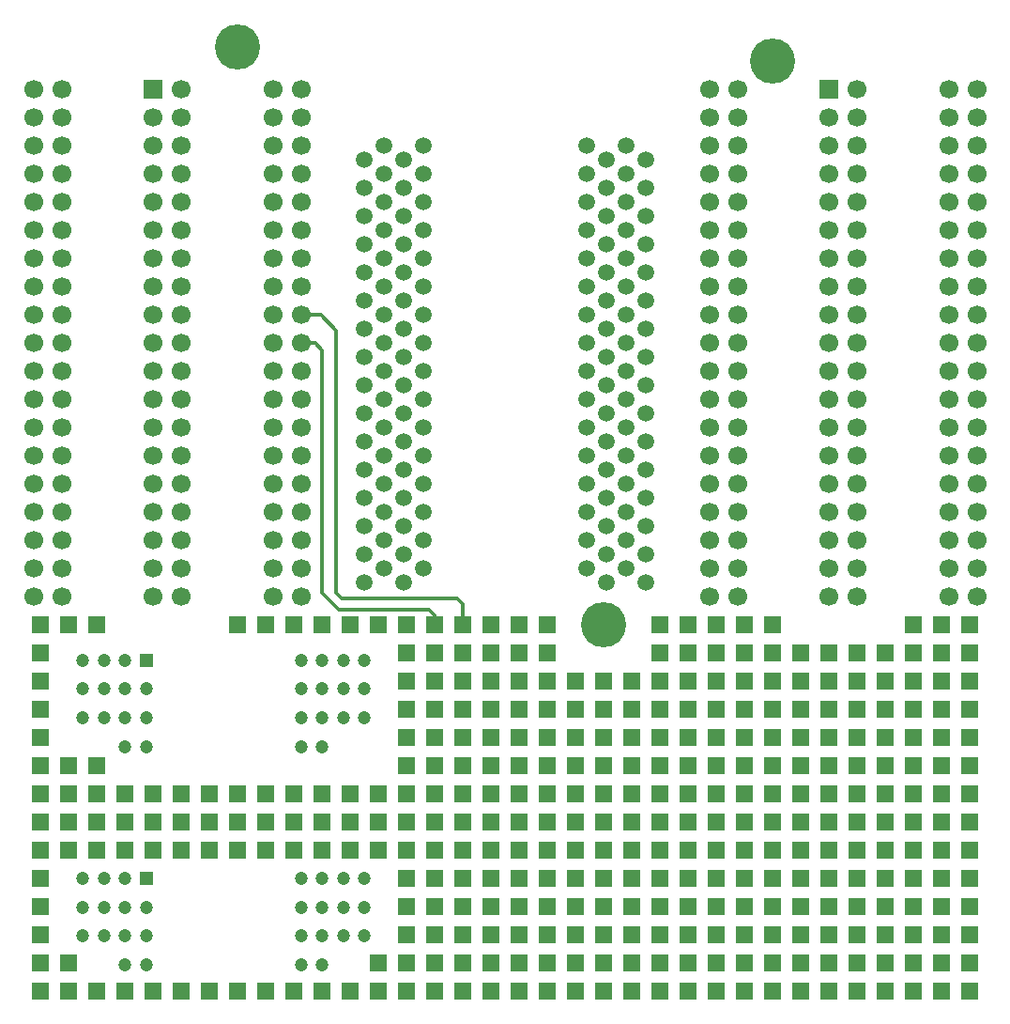
<source format=gbl>
G04 #@! TF.FileFunction,Copper,L2,Bot,Signal*
%FSLAX46Y46*%
G04 Gerber Fmt 4.6, Leading zero omitted, Abs format (unit mm)*
G04 Created by KiCad (PCBNEW 4.0.0-rc1-stable) date to  8. lokakuuta 2015 13.09.15*
%MOMM*%
G01*
G04 APERTURE LIST*
%ADD10C,0.150000*%
%ADD11C,1.500000*%
%ADD12R,1.700000X1.700000*%
%ADD13C,1.700000*%
%ADD14C,4.064000*%
%ADD15R,1.500000X1.500000*%
%ADD16R,1.200000X1.200000*%
%ADD17C,1.200000*%
%ADD18C,0.304800*%
G04 APERTURE END LIST*
D10*
D11*
X124714000Y-100965000D03*
X121158000Y-100965000D03*
X122936000Y-102235000D03*
X119380000Y-102235000D03*
X141224000Y-102235000D03*
X144780000Y-102235000D03*
X139446000Y-100965000D03*
X143002000Y-100965000D03*
X124714000Y-98425000D03*
X121158000Y-98425000D03*
X122936000Y-99695000D03*
X119380000Y-99695000D03*
X141224000Y-99695000D03*
X144780000Y-99695000D03*
X139446000Y-98425000D03*
X143002000Y-98425000D03*
X124714000Y-78105000D03*
X121158000Y-78105000D03*
X122936000Y-79375000D03*
X119380000Y-79375000D03*
X141224000Y-79375000D03*
X144780000Y-79375000D03*
X139446000Y-78105000D03*
X143002000Y-78105000D03*
X124714000Y-80645000D03*
X121158000Y-80645000D03*
X122936000Y-81915000D03*
X119380000Y-81915000D03*
X141224000Y-81915000D03*
X144780000Y-81915000D03*
X139446000Y-80645000D03*
X143002000Y-80645000D03*
X124714000Y-85725000D03*
X121158000Y-85725000D03*
X122936000Y-86995000D03*
X119380000Y-86995000D03*
X141224000Y-86995000D03*
X144780000Y-86995000D03*
X139446000Y-85725000D03*
X143002000Y-85725000D03*
X124714000Y-83185000D03*
X121158000Y-83185000D03*
X122936000Y-84455000D03*
X119380000Y-84455000D03*
X141224000Y-84455000D03*
X144780000Y-84455000D03*
X139446000Y-83185000D03*
X143002000Y-83185000D03*
X124714000Y-93345000D03*
X121158000Y-93345000D03*
X122936000Y-94615000D03*
X119380000Y-94615000D03*
X141224000Y-94615000D03*
X144780000Y-94615000D03*
X139446000Y-93345000D03*
X143002000Y-93345000D03*
X124714000Y-95885000D03*
X121158000Y-95885000D03*
X122936000Y-97155000D03*
X119380000Y-97155000D03*
X141224000Y-97155000D03*
X144780000Y-97155000D03*
X139446000Y-95885000D03*
X143002000Y-95885000D03*
X124714000Y-90805000D03*
X121158000Y-90805000D03*
X122936000Y-92075000D03*
X119380000Y-92075000D03*
X141224000Y-92075000D03*
X144780000Y-92075000D03*
X139446000Y-90805000D03*
X143002000Y-90805000D03*
X124714000Y-88265000D03*
X121158000Y-88265000D03*
X122936000Y-89535000D03*
X119380000Y-89535000D03*
X141224000Y-89535000D03*
X144780000Y-89535000D03*
X139446000Y-88265000D03*
X143002000Y-88265000D03*
X124714000Y-67945000D03*
X121158000Y-67945000D03*
X122936000Y-69215000D03*
X119380000Y-69215000D03*
X141224000Y-69215000D03*
X144780000Y-69215000D03*
X139446000Y-67945000D03*
X143002000Y-67945000D03*
X124714000Y-70485000D03*
X121158000Y-70485000D03*
X122936000Y-71755000D03*
X119380000Y-71755000D03*
X141224000Y-71755000D03*
X144780000Y-71755000D03*
X139446000Y-70485000D03*
X143002000Y-70485000D03*
X124714000Y-75565000D03*
X121158000Y-75565000D03*
X122936000Y-76835000D03*
X119380000Y-76835000D03*
X141224000Y-76835000D03*
X144780000Y-76835000D03*
X139446000Y-75565000D03*
X143002000Y-75565000D03*
X124714000Y-73025000D03*
X121158000Y-73025000D03*
X122936000Y-74295000D03*
X119380000Y-74295000D03*
X141224000Y-74295000D03*
X144780000Y-74295000D03*
X139446000Y-73025000D03*
X143002000Y-73025000D03*
X124714000Y-62865000D03*
X121158000Y-62865000D03*
X122936000Y-64135000D03*
X119380000Y-64135000D03*
X141224000Y-64135000D03*
X144780000Y-64135000D03*
X139446000Y-62865000D03*
X143002000Y-62865000D03*
X124714000Y-65405000D03*
X121158000Y-65405000D03*
X122936000Y-66675000D03*
X119380000Y-66675000D03*
X141224000Y-66675000D03*
X144780000Y-66675000D03*
X139446000Y-65405000D03*
X143002000Y-65405000D03*
D12*
X100330000Y-57785000D03*
D13*
X102870000Y-57785000D03*
X100330000Y-60325000D03*
X102870000Y-60325000D03*
X100330000Y-62865000D03*
X102870000Y-62865000D03*
X100330000Y-65405000D03*
X102870000Y-65405000D03*
X100330000Y-67945000D03*
X102870000Y-67945000D03*
X100330000Y-70485000D03*
X102870000Y-70485000D03*
X100330000Y-73025000D03*
X102870000Y-73025000D03*
X100330000Y-75565000D03*
X102870000Y-75565000D03*
X100330000Y-78105000D03*
X102870000Y-78105000D03*
X100330000Y-80645000D03*
X102870000Y-80645000D03*
X100330000Y-83185000D03*
X102870000Y-83185000D03*
X100330000Y-85725000D03*
X102870000Y-85725000D03*
X100330000Y-88265000D03*
X102870000Y-88265000D03*
X100330000Y-90805000D03*
X102870000Y-90805000D03*
X100330000Y-93345000D03*
X102870000Y-93345000D03*
X100330000Y-95885000D03*
X102870000Y-95885000D03*
X100330000Y-98425000D03*
X102870000Y-98425000D03*
X100330000Y-100965000D03*
X102870000Y-100965000D03*
X100330000Y-103505000D03*
X102870000Y-103505000D03*
D12*
X161290000Y-57785000D03*
D13*
X163830000Y-57785000D03*
X161290000Y-60325000D03*
X163830000Y-60325000D03*
X161290000Y-62865000D03*
X163830000Y-62865000D03*
X161290000Y-65405000D03*
X163830000Y-65405000D03*
X161290000Y-67945000D03*
X163830000Y-67945000D03*
X161290000Y-70485000D03*
X163830000Y-70485000D03*
X161290000Y-73025000D03*
X163830000Y-73025000D03*
X161290000Y-75565000D03*
X163830000Y-75565000D03*
X161290000Y-78105000D03*
X163830000Y-78105000D03*
X161290000Y-80645000D03*
X163830000Y-80645000D03*
X161290000Y-83185000D03*
X163830000Y-83185000D03*
X161290000Y-85725000D03*
X163830000Y-85725000D03*
X161290000Y-88265000D03*
X163830000Y-88265000D03*
X161290000Y-90805000D03*
X163830000Y-90805000D03*
X161290000Y-93345000D03*
X163830000Y-93345000D03*
X161290000Y-95885000D03*
X163830000Y-95885000D03*
X161290000Y-98425000D03*
X163830000Y-98425000D03*
X161290000Y-100965000D03*
X163830000Y-100965000D03*
X161290000Y-103505000D03*
X163830000Y-103505000D03*
X150495000Y-80645000D03*
X153035000Y-80645000D03*
X150495000Y-103505000D03*
X153035000Y-103505000D03*
X150495000Y-100965000D03*
X153035000Y-100965000D03*
X150495000Y-98425000D03*
X153035000Y-98425000D03*
X150495000Y-95885000D03*
X153035000Y-95885000D03*
X150495000Y-93345000D03*
X153035000Y-93345000D03*
X150495000Y-90805000D03*
X153035000Y-90805000D03*
X150495000Y-88265000D03*
X153035000Y-88265000D03*
X150495000Y-85725000D03*
X153035000Y-85725000D03*
X150495000Y-83185000D03*
X153035000Y-83185000D03*
X174625000Y-57785000D03*
X172085000Y-57785000D03*
X150495000Y-78105000D03*
X153035000Y-78105000D03*
X150495000Y-75565000D03*
X153035000Y-75565000D03*
X150495000Y-73025000D03*
X153035000Y-73025000D03*
X150495000Y-70485000D03*
X153035000Y-70485000D03*
X150495000Y-67945000D03*
X153035000Y-67945000D03*
X150495000Y-65405000D03*
X153035000Y-65405000D03*
X150495000Y-62865000D03*
X153035000Y-62865000D03*
X150495000Y-60325000D03*
X153035000Y-60325000D03*
X174625000Y-80645000D03*
X172085000Y-80645000D03*
X174625000Y-103505000D03*
X172085000Y-103505000D03*
X174625000Y-100965000D03*
X172085000Y-100965000D03*
X174625000Y-98425000D03*
X172085000Y-98425000D03*
X174625000Y-95885000D03*
X172085000Y-95885000D03*
X174625000Y-93345000D03*
X172085000Y-93345000D03*
X174625000Y-90805000D03*
X172085000Y-90805000D03*
X174625000Y-88265000D03*
X172085000Y-88265000D03*
X174625000Y-85725000D03*
X172085000Y-85725000D03*
X174625000Y-83185000D03*
X172085000Y-83185000D03*
X150495000Y-57785000D03*
X153035000Y-57785000D03*
X174625000Y-78105000D03*
X172085000Y-78105000D03*
X174625000Y-75565000D03*
X172085000Y-75565000D03*
X174625000Y-73025000D03*
X172085000Y-73025000D03*
X174625000Y-70485000D03*
X172085000Y-70485000D03*
X174625000Y-67945000D03*
X172085000Y-67945000D03*
X174625000Y-65405000D03*
X172085000Y-65405000D03*
X174625000Y-62865000D03*
X172085000Y-62865000D03*
X174625000Y-60325000D03*
X172085000Y-60325000D03*
X89535000Y-80645000D03*
X92075000Y-80645000D03*
X89535000Y-103505000D03*
X92075000Y-103505000D03*
X89535000Y-100965000D03*
X92075000Y-100965000D03*
X89535000Y-98425000D03*
X92075000Y-98425000D03*
X89535000Y-95885000D03*
X92075000Y-95885000D03*
X89535000Y-93345000D03*
X92075000Y-93345000D03*
X89535000Y-90805000D03*
X92075000Y-90805000D03*
X89535000Y-88265000D03*
X92075000Y-88265000D03*
X89535000Y-85725000D03*
X92075000Y-85725000D03*
X89535000Y-83185000D03*
X92075000Y-83185000D03*
X113665000Y-57785000D03*
X111125000Y-57785000D03*
X89535000Y-78105000D03*
X92075000Y-78105000D03*
X89535000Y-75565000D03*
X92075000Y-75565000D03*
X89535000Y-73025000D03*
X92075000Y-73025000D03*
X89535000Y-70485000D03*
X92075000Y-70485000D03*
X89535000Y-67945000D03*
X92075000Y-67945000D03*
X89535000Y-65405000D03*
X92075000Y-65405000D03*
X89535000Y-62865000D03*
X92075000Y-62865000D03*
X89535000Y-60325000D03*
X92075000Y-60325000D03*
X113665000Y-80645000D03*
X111125000Y-80645000D03*
X113665000Y-103505000D03*
X111125000Y-103505000D03*
X113665000Y-100965000D03*
X111125000Y-100965000D03*
X113665000Y-98425000D03*
X111125000Y-98425000D03*
X113665000Y-95885000D03*
X111125000Y-95885000D03*
X113665000Y-93345000D03*
X111125000Y-93345000D03*
X113665000Y-90805000D03*
X111125000Y-90805000D03*
X113665000Y-88265000D03*
X111125000Y-88265000D03*
X113665000Y-85725000D03*
X111125000Y-85725000D03*
X113665000Y-83185000D03*
X111125000Y-83185000D03*
X89535000Y-57785000D03*
X92075000Y-57785000D03*
X113665000Y-78105000D03*
X111125000Y-78105000D03*
X113665000Y-75565000D03*
X111125000Y-75565000D03*
X113665000Y-73025000D03*
X111125000Y-73025000D03*
X113665000Y-70485000D03*
X111125000Y-70485000D03*
X113665000Y-67945000D03*
X111125000Y-67945000D03*
X113665000Y-65405000D03*
X111125000Y-65405000D03*
X113665000Y-62865000D03*
X111125000Y-62865000D03*
X113665000Y-60325000D03*
X111125000Y-60325000D03*
D14*
X107950000Y-53975000D03*
X156210000Y-55245000D03*
X140970000Y-106045000D03*
D15*
X128270000Y-108585000D03*
X130810000Y-108585000D03*
X133350000Y-108585000D03*
X133350000Y-111125000D03*
X133350000Y-113665000D03*
X130810000Y-113665000D03*
X128270000Y-113665000D03*
X128270000Y-111125000D03*
X130810000Y-111125000D03*
X125730000Y-116205000D03*
X128270000Y-116205000D03*
X130810000Y-116205000D03*
X130810000Y-118745000D03*
X130810000Y-121285000D03*
X128270000Y-121285000D03*
X125730000Y-121285000D03*
X125730000Y-118745000D03*
X128270000Y-118745000D03*
X125730000Y-123825000D03*
X128270000Y-123825000D03*
X130810000Y-123825000D03*
X130810000Y-126365000D03*
X130810000Y-128905000D03*
X128270000Y-128905000D03*
X125730000Y-128905000D03*
X125730000Y-126365000D03*
X128270000Y-126365000D03*
X128270000Y-131445000D03*
X130810000Y-131445000D03*
X133350000Y-131445000D03*
X133350000Y-133985000D03*
X133350000Y-136525000D03*
X130810000Y-136525000D03*
X128270000Y-136525000D03*
X128270000Y-133985000D03*
X130810000Y-133985000D03*
X135890000Y-131445000D03*
X138430000Y-131445000D03*
X140970000Y-131445000D03*
X140970000Y-133985000D03*
X140970000Y-136525000D03*
X138430000Y-136525000D03*
X135890000Y-136525000D03*
X135890000Y-133985000D03*
X138430000Y-133985000D03*
X143510000Y-131445000D03*
X146050000Y-131445000D03*
X148590000Y-131445000D03*
X148590000Y-133985000D03*
X148590000Y-136525000D03*
X146050000Y-136525000D03*
X143510000Y-136525000D03*
X143510000Y-133985000D03*
X146050000Y-133985000D03*
X151130000Y-131445000D03*
X153670000Y-131445000D03*
X156210000Y-131445000D03*
X156210000Y-133985000D03*
X156210000Y-136525000D03*
X153670000Y-136525000D03*
X151130000Y-136525000D03*
X151130000Y-133985000D03*
X153670000Y-133985000D03*
X158750000Y-131445000D03*
X161290000Y-131445000D03*
X163830000Y-131445000D03*
X163830000Y-133985000D03*
X163830000Y-136525000D03*
X161290000Y-136525000D03*
X158750000Y-136525000D03*
X158750000Y-133985000D03*
X161290000Y-133985000D03*
X166370000Y-131445000D03*
X168910000Y-131445000D03*
X171450000Y-131445000D03*
X171450000Y-133985000D03*
X171450000Y-136525000D03*
X168910000Y-136525000D03*
X166370000Y-136525000D03*
X166370000Y-133985000D03*
X168910000Y-133985000D03*
X135890000Y-111125000D03*
X138430000Y-111125000D03*
X140970000Y-111125000D03*
X140970000Y-113665000D03*
X140970000Y-116205000D03*
X138430000Y-116205000D03*
X135890000Y-116205000D03*
X135890000Y-113665000D03*
X138430000Y-113665000D03*
X143510000Y-111125000D03*
X146050000Y-111125000D03*
X148590000Y-111125000D03*
X148590000Y-113665000D03*
X148590000Y-116205000D03*
X146050000Y-116205000D03*
X143510000Y-116205000D03*
X143510000Y-113665000D03*
X146050000Y-113665000D03*
X151130000Y-108585000D03*
X153670000Y-108585000D03*
X156210000Y-108585000D03*
X156210000Y-111125000D03*
X156210000Y-113665000D03*
X153670000Y-113665000D03*
X151130000Y-113665000D03*
X151130000Y-111125000D03*
X153670000Y-111125000D03*
X158750000Y-108585000D03*
X161290000Y-108585000D03*
X163830000Y-108585000D03*
X163830000Y-111125000D03*
X163830000Y-113665000D03*
X161290000Y-113665000D03*
X158750000Y-113665000D03*
X158750000Y-111125000D03*
X161290000Y-111125000D03*
X166370000Y-108585000D03*
X168910000Y-108585000D03*
X171450000Y-108585000D03*
X171450000Y-111125000D03*
X171450000Y-113665000D03*
X168910000Y-113665000D03*
X166370000Y-113665000D03*
X166370000Y-111125000D03*
X168910000Y-111125000D03*
X133350000Y-118745000D03*
X135890000Y-118745000D03*
X138430000Y-118745000D03*
X138430000Y-121285000D03*
X138430000Y-123825000D03*
X135890000Y-123825000D03*
X133350000Y-123825000D03*
X133350000Y-121285000D03*
X135890000Y-121285000D03*
X133350000Y-116205000D03*
X135890000Y-108585000D03*
X146050000Y-108585000D03*
X148590000Y-108585000D03*
X151130000Y-116205000D03*
X153670000Y-116205000D03*
X156210000Y-116205000D03*
X158750000Y-116205000D03*
X161290000Y-116205000D03*
X163830000Y-116205000D03*
X166370000Y-116205000D03*
X168910000Y-116205000D03*
X171450000Y-116205000D03*
X171450000Y-118745000D03*
X171450000Y-121285000D03*
X173990000Y-108585000D03*
X173990000Y-111125000D03*
X173990000Y-113665000D03*
X173990000Y-116205000D03*
X173990000Y-118745000D03*
X173990000Y-121285000D03*
X171450000Y-123825000D03*
X173990000Y-123825000D03*
X173990000Y-126365000D03*
X171450000Y-126365000D03*
X171450000Y-128905000D03*
X173990000Y-128905000D03*
X173990000Y-131445000D03*
X118110000Y-121285000D03*
X120650000Y-121285000D03*
X123190000Y-121285000D03*
X123190000Y-123825000D03*
X123190000Y-126365000D03*
X120650000Y-126365000D03*
X118110000Y-126365000D03*
X118110000Y-123825000D03*
X120650000Y-123825000D03*
X110490000Y-121285000D03*
X113030000Y-121285000D03*
X115570000Y-121285000D03*
X115570000Y-123825000D03*
X115570000Y-126365000D03*
X113030000Y-126365000D03*
X110490000Y-126365000D03*
X110490000Y-123825000D03*
X113030000Y-123825000D03*
X102870000Y-121285000D03*
X105410000Y-121285000D03*
X107950000Y-121285000D03*
X107950000Y-123825000D03*
X107950000Y-126365000D03*
X105410000Y-126365000D03*
X102870000Y-126365000D03*
X102870000Y-123825000D03*
X105410000Y-123825000D03*
X95250000Y-121285000D03*
X97790000Y-121285000D03*
X100330000Y-121285000D03*
X100330000Y-123825000D03*
X100330000Y-126365000D03*
X97790000Y-126365000D03*
X95250000Y-126365000D03*
X95250000Y-123825000D03*
X97790000Y-123825000D03*
X140970000Y-118745000D03*
X143510000Y-118745000D03*
X146050000Y-118745000D03*
X146050000Y-121285000D03*
X146050000Y-123825000D03*
X143510000Y-123825000D03*
X140970000Y-123825000D03*
X140970000Y-121285000D03*
X143510000Y-121285000D03*
X148590000Y-118745000D03*
X151130000Y-118745000D03*
X153670000Y-118745000D03*
X153670000Y-121285000D03*
X153670000Y-123825000D03*
X151130000Y-123825000D03*
X148590000Y-123825000D03*
X148590000Y-121285000D03*
X151130000Y-121285000D03*
X156210000Y-118745000D03*
X158750000Y-118745000D03*
X161290000Y-118745000D03*
X161290000Y-121285000D03*
X161290000Y-123825000D03*
X158750000Y-123825000D03*
X156210000Y-123825000D03*
X156210000Y-121285000D03*
X158750000Y-121285000D03*
X163830000Y-118745000D03*
X166370000Y-118745000D03*
X168910000Y-118745000D03*
X168910000Y-121285000D03*
X168910000Y-123825000D03*
X166370000Y-123825000D03*
X163830000Y-123825000D03*
X163830000Y-121285000D03*
X166370000Y-121285000D03*
X90170000Y-108585000D03*
X90170000Y-111125000D03*
X90170000Y-113665000D03*
X90170000Y-116205000D03*
X90170000Y-118745000D03*
X92710000Y-118745000D03*
X95250000Y-118745000D03*
X90170000Y-121285000D03*
X92710000Y-121285000D03*
X90170000Y-123825000D03*
X92710000Y-123825000D03*
X90170000Y-126365000D03*
X92710000Y-126365000D03*
X90170000Y-128905000D03*
X90170000Y-131445000D03*
X90170000Y-133985000D03*
X90170000Y-136525000D03*
X90170000Y-139065000D03*
X92710000Y-139065000D03*
X92710000Y-136525000D03*
X95250000Y-139065000D03*
X97790000Y-139065000D03*
X100330000Y-139065000D03*
X102870000Y-139065000D03*
X105410000Y-139065000D03*
X107950000Y-139065000D03*
X110490000Y-139065000D03*
X113030000Y-139065000D03*
X115570000Y-139065000D03*
X118110000Y-139065000D03*
X120650000Y-139065000D03*
X120650000Y-136525000D03*
X123190000Y-136525000D03*
X123190000Y-133985000D03*
X123190000Y-131445000D03*
X123190000Y-128905000D03*
X125730000Y-133985000D03*
X125730000Y-131445000D03*
X125730000Y-136525000D03*
X123190000Y-139065000D03*
X125730000Y-139065000D03*
X125730000Y-113665000D03*
X125730000Y-111125000D03*
X125730000Y-108585000D03*
X123190000Y-108585000D03*
X123190000Y-111125000D03*
X123190000Y-113665000D03*
X123190000Y-116205000D03*
X123190000Y-118745000D03*
X90170000Y-106045000D03*
X92710000Y-106045000D03*
X95250000Y-106045000D03*
X107950000Y-106045000D03*
X110490000Y-106045000D03*
X113030000Y-106045000D03*
X115570000Y-106045000D03*
X118110000Y-106045000D03*
X120650000Y-106045000D03*
X123190000Y-106045000D03*
X125730000Y-106045000D03*
X128270000Y-106045000D03*
X130810000Y-106045000D03*
X133350000Y-106045000D03*
X135890000Y-106045000D03*
X133350000Y-126365000D03*
X133350000Y-128905000D03*
X135890000Y-126365000D03*
X135890000Y-128905000D03*
X138430000Y-128905000D03*
X138430000Y-126365000D03*
X140970000Y-126365000D03*
X140970000Y-128905000D03*
X143510000Y-128905000D03*
X143510000Y-126365000D03*
X146050000Y-128905000D03*
X146050000Y-126365000D03*
X148590000Y-126365000D03*
X148590000Y-128905000D03*
X151130000Y-126365000D03*
X151130000Y-128905000D03*
X153670000Y-128905000D03*
X153670000Y-126365000D03*
X156210000Y-126365000D03*
X156210000Y-128905000D03*
X158750000Y-128905000D03*
X158750000Y-126365000D03*
X161290000Y-126365000D03*
X161290000Y-128905000D03*
X163830000Y-128905000D03*
X163830000Y-126365000D03*
X166370000Y-126365000D03*
X168910000Y-126365000D03*
X168910000Y-128905000D03*
X166370000Y-128905000D03*
X173990000Y-133985000D03*
X173990000Y-136525000D03*
X173990000Y-139065000D03*
X171450000Y-139065000D03*
X128270000Y-139065000D03*
X130810000Y-139065000D03*
X133350000Y-139065000D03*
X135890000Y-139065000D03*
X138430000Y-139065000D03*
X140970000Y-139065000D03*
X143510000Y-139065000D03*
X146050000Y-139065000D03*
X151130000Y-139065000D03*
X148590000Y-139065000D03*
X153670000Y-139065000D03*
X156210000Y-139065000D03*
X158750000Y-139065000D03*
X161290000Y-139065000D03*
X163830000Y-139065000D03*
X166370000Y-139065000D03*
X168910000Y-139065000D03*
X146050000Y-106045000D03*
X148590000Y-106045000D03*
X151130000Y-106045000D03*
X153670000Y-106045000D03*
X156210000Y-106045000D03*
X173990000Y-106045000D03*
X171450000Y-106045000D03*
X168910000Y-106045000D03*
D16*
X99695000Y-109205000D03*
D17*
X97790000Y-109205000D03*
X95885000Y-109205000D03*
X93980000Y-109205000D03*
X99695000Y-111805000D03*
X97790000Y-111805000D03*
X95885000Y-111805000D03*
X93980000Y-111805000D03*
X99695000Y-114405000D03*
X97790000Y-114405000D03*
X95885000Y-114405000D03*
X93980000Y-114405000D03*
X99695000Y-117005000D03*
X97790000Y-117005000D03*
X113665000Y-109205000D03*
X115570000Y-109205000D03*
X117475000Y-109205000D03*
X119380000Y-109205000D03*
X113665000Y-111805000D03*
X115570000Y-111805000D03*
X117475000Y-111805000D03*
X119380000Y-111805000D03*
X113665000Y-114405000D03*
X115570000Y-114405000D03*
X117475000Y-114405000D03*
X119380000Y-114405000D03*
X113665000Y-117005000D03*
X115570000Y-117005000D03*
D16*
X99695000Y-128890000D03*
D17*
X97790000Y-128890000D03*
X95885000Y-128890000D03*
X93980000Y-128890000D03*
X99695000Y-131490000D03*
X97790000Y-131490000D03*
X95885000Y-131490000D03*
X93980000Y-131490000D03*
X99695000Y-134090000D03*
X97790000Y-134090000D03*
X95885000Y-134090000D03*
X93980000Y-134090000D03*
X99695000Y-136690000D03*
X97790000Y-136690000D03*
X113665000Y-128890000D03*
X115570000Y-128890000D03*
X117475000Y-128890000D03*
X119380000Y-128890000D03*
X113665000Y-131490000D03*
X115570000Y-131490000D03*
X117475000Y-131490000D03*
X119380000Y-131490000D03*
X113665000Y-134090000D03*
X115570000Y-134090000D03*
X117475000Y-134090000D03*
X119380000Y-134090000D03*
X113665000Y-136690000D03*
X115570000Y-136690000D03*
D18*
X113665000Y-80645000D02*
X114935000Y-80645000D01*
X125730000Y-105156000D02*
X125730000Y-106045000D01*
X125222000Y-104648000D02*
X125730000Y-105156000D01*
X117094000Y-104648000D02*
X125222000Y-104648000D01*
X115570000Y-103124000D02*
X117094000Y-104648000D01*
X115570000Y-81280000D02*
X115570000Y-103124000D01*
X114935000Y-80645000D02*
X115570000Y-81280000D01*
X128270000Y-106045000D02*
X128270000Y-104140000D01*
X115443000Y-78105000D02*
X113665000Y-78105000D01*
X116840000Y-79502000D02*
X115443000Y-78105000D01*
X116840000Y-103124000D02*
X116840000Y-79502000D01*
X117348000Y-103632000D02*
X116840000Y-103124000D01*
X127762000Y-103632000D02*
X117348000Y-103632000D01*
X128270000Y-104140000D02*
X127762000Y-103632000D01*
M02*

</source>
